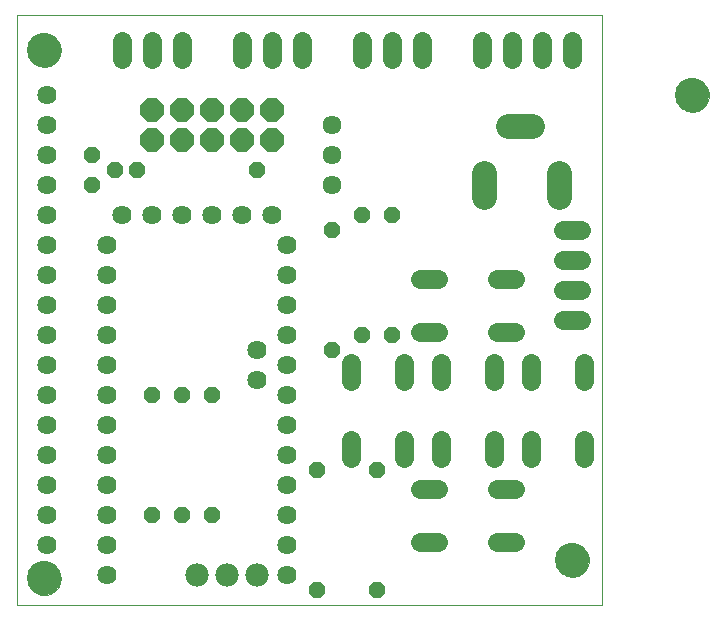
<source format=gbs>
G75*
G70*
%OFA0B0*%
%FSLAX24Y24*%
%IPPOS*%
%LPD*%
%AMOC8*
5,1,8,0,0,1.08239X$1,22.5*
%
%ADD10C,0.0000*%
%ADD11C,0.1142*%
%ADD12C,0.0640*%
%ADD13OC8,0.0560*%
%ADD14C,0.0634*%
%ADD15C,0.0634*%
%ADD16C,0.0640*%
%ADD17C,0.0780*%
%ADD18OC8,0.0780*%
%ADD19C,0.0827*%
D10*
X000100Y000377D02*
X000100Y020062D01*
X019592Y020062D01*
X019592Y000377D01*
X000100Y000377D01*
X000443Y001271D02*
X000445Y001318D01*
X000451Y001364D01*
X000461Y001410D01*
X000474Y001455D01*
X000492Y001498D01*
X000513Y001540D01*
X000537Y001580D01*
X000565Y001617D01*
X000596Y001652D01*
X000630Y001685D01*
X000666Y001714D01*
X000705Y001740D01*
X000746Y001763D01*
X000789Y001782D01*
X000833Y001798D01*
X000878Y001810D01*
X000924Y001818D01*
X000971Y001822D01*
X001017Y001822D01*
X001064Y001818D01*
X001110Y001810D01*
X001155Y001798D01*
X001199Y001782D01*
X001242Y001763D01*
X001283Y001740D01*
X001322Y001714D01*
X001358Y001685D01*
X001392Y001652D01*
X001423Y001617D01*
X001451Y001580D01*
X001475Y001540D01*
X001496Y001498D01*
X001514Y001455D01*
X001527Y001410D01*
X001537Y001364D01*
X001543Y001318D01*
X001545Y001271D01*
X001543Y001224D01*
X001537Y001178D01*
X001527Y001132D01*
X001514Y001087D01*
X001496Y001044D01*
X001475Y001002D01*
X001451Y000962D01*
X001423Y000925D01*
X001392Y000890D01*
X001358Y000857D01*
X001322Y000828D01*
X001283Y000802D01*
X001242Y000779D01*
X001199Y000760D01*
X001155Y000744D01*
X001110Y000732D01*
X001064Y000724D01*
X001017Y000720D01*
X000971Y000720D01*
X000924Y000724D01*
X000878Y000732D01*
X000833Y000744D01*
X000789Y000760D01*
X000746Y000779D01*
X000705Y000802D01*
X000666Y000828D01*
X000630Y000857D01*
X000596Y000890D01*
X000565Y000925D01*
X000537Y000962D01*
X000513Y001002D01*
X000492Y001044D01*
X000474Y001087D01*
X000461Y001132D01*
X000451Y001178D01*
X000445Y001224D01*
X000443Y001271D01*
X018049Y001877D02*
X018051Y001924D01*
X018057Y001970D01*
X018067Y002016D01*
X018080Y002061D01*
X018098Y002104D01*
X018119Y002146D01*
X018143Y002186D01*
X018171Y002223D01*
X018202Y002258D01*
X018236Y002291D01*
X018272Y002320D01*
X018311Y002346D01*
X018352Y002369D01*
X018395Y002388D01*
X018439Y002404D01*
X018484Y002416D01*
X018530Y002424D01*
X018577Y002428D01*
X018623Y002428D01*
X018670Y002424D01*
X018716Y002416D01*
X018761Y002404D01*
X018805Y002388D01*
X018848Y002369D01*
X018889Y002346D01*
X018928Y002320D01*
X018964Y002291D01*
X018998Y002258D01*
X019029Y002223D01*
X019057Y002186D01*
X019081Y002146D01*
X019102Y002104D01*
X019120Y002061D01*
X019133Y002016D01*
X019143Y001970D01*
X019149Y001924D01*
X019151Y001877D01*
X019149Y001830D01*
X019143Y001784D01*
X019133Y001738D01*
X019120Y001693D01*
X019102Y001650D01*
X019081Y001608D01*
X019057Y001568D01*
X019029Y001531D01*
X018998Y001496D01*
X018964Y001463D01*
X018928Y001434D01*
X018889Y001408D01*
X018848Y001385D01*
X018805Y001366D01*
X018761Y001350D01*
X018716Y001338D01*
X018670Y001330D01*
X018623Y001326D01*
X018577Y001326D01*
X018530Y001330D01*
X018484Y001338D01*
X018439Y001350D01*
X018395Y001366D01*
X018352Y001385D01*
X018311Y001408D01*
X018272Y001434D01*
X018236Y001463D01*
X018202Y001496D01*
X018171Y001531D01*
X018143Y001568D01*
X018119Y001608D01*
X018098Y001650D01*
X018080Y001693D01*
X018067Y001738D01*
X018057Y001784D01*
X018051Y001830D01*
X018049Y001877D01*
X022049Y017377D02*
X022051Y017424D01*
X022057Y017470D01*
X022067Y017516D01*
X022080Y017561D01*
X022098Y017604D01*
X022119Y017646D01*
X022143Y017686D01*
X022171Y017723D01*
X022202Y017758D01*
X022236Y017791D01*
X022272Y017820D01*
X022311Y017846D01*
X022352Y017869D01*
X022395Y017888D01*
X022439Y017904D01*
X022484Y017916D01*
X022530Y017924D01*
X022577Y017928D01*
X022623Y017928D01*
X022670Y017924D01*
X022716Y017916D01*
X022761Y017904D01*
X022805Y017888D01*
X022848Y017869D01*
X022889Y017846D01*
X022928Y017820D01*
X022964Y017791D01*
X022998Y017758D01*
X023029Y017723D01*
X023057Y017686D01*
X023081Y017646D01*
X023102Y017604D01*
X023120Y017561D01*
X023133Y017516D01*
X023143Y017470D01*
X023149Y017424D01*
X023151Y017377D01*
X023149Y017330D01*
X023143Y017284D01*
X023133Y017238D01*
X023120Y017193D01*
X023102Y017150D01*
X023081Y017108D01*
X023057Y017068D01*
X023029Y017031D01*
X022998Y016996D01*
X022964Y016963D01*
X022928Y016934D01*
X022889Y016908D01*
X022848Y016885D01*
X022805Y016866D01*
X022761Y016850D01*
X022716Y016838D01*
X022670Y016830D01*
X022623Y016826D01*
X022577Y016826D01*
X022530Y016830D01*
X022484Y016838D01*
X022439Y016850D01*
X022395Y016866D01*
X022352Y016885D01*
X022311Y016908D01*
X022272Y016934D01*
X022236Y016963D01*
X022202Y016996D01*
X022171Y017031D01*
X022143Y017068D01*
X022119Y017108D01*
X022098Y017150D01*
X022080Y017193D01*
X022067Y017238D01*
X022057Y017284D01*
X022051Y017330D01*
X022049Y017377D01*
X000443Y018877D02*
X000445Y018924D01*
X000451Y018970D01*
X000461Y019016D01*
X000474Y019061D01*
X000492Y019104D01*
X000513Y019146D01*
X000537Y019186D01*
X000565Y019223D01*
X000596Y019258D01*
X000630Y019291D01*
X000666Y019320D01*
X000705Y019346D01*
X000746Y019369D01*
X000789Y019388D01*
X000833Y019404D01*
X000878Y019416D01*
X000924Y019424D01*
X000971Y019428D01*
X001017Y019428D01*
X001064Y019424D01*
X001110Y019416D01*
X001155Y019404D01*
X001199Y019388D01*
X001242Y019369D01*
X001283Y019346D01*
X001322Y019320D01*
X001358Y019291D01*
X001392Y019258D01*
X001423Y019223D01*
X001451Y019186D01*
X001475Y019146D01*
X001496Y019104D01*
X001514Y019061D01*
X001527Y019016D01*
X001537Y018970D01*
X001543Y018924D01*
X001545Y018877D01*
X001543Y018830D01*
X001537Y018784D01*
X001527Y018738D01*
X001514Y018693D01*
X001496Y018650D01*
X001475Y018608D01*
X001451Y018568D01*
X001423Y018531D01*
X001392Y018496D01*
X001358Y018463D01*
X001322Y018434D01*
X001283Y018408D01*
X001242Y018385D01*
X001199Y018366D01*
X001155Y018350D01*
X001110Y018338D01*
X001064Y018330D01*
X001017Y018326D01*
X000971Y018326D01*
X000924Y018330D01*
X000878Y018338D01*
X000833Y018350D01*
X000789Y018366D01*
X000746Y018385D01*
X000705Y018408D01*
X000666Y018434D01*
X000630Y018463D01*
X000596Y018496D01*
X000565Y018531D01*
X000537Y018568D01*
X000513Y018608D01*
X000492Y018650D01*
X000474Y018693D01*
X000461Y018738D01*
X000451Y018784D01*
X000445Y018830D01*
X000443Y018877D01*
D11*
X000994Y018877D03*
X018600Y001877D03*
X022600Y017377D03*
X000994Y001271D03*
D12*
X001100Y002377D03*
X001100Y003377D03*
X001100Y004377D03*
X001100Y005377D03*
X001100Y006377D03*
X001100Y007377D03*
X001100Y008377D03*
X001100Y009377D03*
X001100Y010377D03*
X001100Y011377D03*
X001100Y012377D03*
X001100Y013377D03*
X001100Y014377D03*
X001100Y015377D03*
X001100Y016377D03*
X001100Y017377D03*
X003600Y013377D03*
X004600Y013377D03*
X005600Y013377D03*
X006600Y013377D03*
X007600Y013377D03*
X008600Y013377D03*
X009100Y012377D03*
X009100Y011377D03*
X009100Y010377D03*
X009100Y009377D03*
X009100Y008377D03*
X009100Y007377D03*
X009100Y006377D03*
X009100Y005377D03*
X009100Y004377D03*
X009100Y003377D03*
X009100Y002377D03*
X009100Y001377D03*
X003100Y001377D03*
X003100Y002377D03*
X003100Y003377D03*
X003100Y004377D03*
X003100Y005377D03*
X003100Y006377D03*
X003100Y007377D03*
X003100Y008377D03*
X003100Y009377D03*
X003100Y010377D03*
X003100Y011377D03*
X003100Y012377D03*
X008100Y008877D03*
X008100Y007877D03*
D13*
X006600Y007377D03*
X005600Y007377D03*
X004600Y007377D03*
X004600Y003377D03*
X005600Y003377D03*
X006600Y003377D03*
X010100Y004877D03*
X012100Y004877D03*
X012100Y000877D03*
X010100Y000877D03*
X010600Y008877D03*
X011600Y009377D03*
X012600Y009377D03*
X010600Y012877D03*
X011600Y013377D03*
X012600Y013377D03*
X008100Y014877D03*
X004100Y014877D03*
X003350Y014877D03*
X002600Y014377D03*
X002600Y015377D03*
D14*
X010600Y015377D03*
X010600Y016377D03*
X010600Y014377D03*
D15*
X009600Y018581D02*
X009600Y019174D01*
X008600Y019174D02*
X008600Y018581D01*
X007600Y018581D02*
X007600Y019174D01*
X005600Y019174D02*
X005600Y018581D01*
X004600Y018581D02*
X004600Y019174D01*
X003600Y019174D02*
X003600Y018581D01*
X011600Y018581D02*
X011600Y019174D01*
X012600Y019174D02*
X012600Y018581D01*
X013600Y018581D02*
X013600Y019174D01*
X015600Y019174D02*
X015600Y018581D01*
X016600Y018581D02*
X016600Y019174D01*
X017600Y019174D02*
X017600Y018581D01*
X018600Y018581D02*
X018600Y019174D01*
X018303Y012877D02*
X018897Y012877D01*
X018897Y011877D02*
X018303Y011877D01*
X018303Y010877D02*
X018897Y010877D01*
X018897Y009877D02*
X018303Y009877D01*
D16*
X018990Y008457D02*
X018990Y007857D01*
X017210Y007857D02*
X017210Y008457D01*
X016680Y009487D02*
X016080Y009487D01*
X015990Y008457D02*
X015990Y007857D01*
X014210Y007857D02*
X014210Y008457D01*
X014120Y009487D02*
X013520Y009487D01*
X012990Y008457D02*
X012990Y007857D01*
X011210Y007857D02*
X011210Y008457D01*
X011210Y005897D02*
X011210Y005297D01*
X012990Y005297D02*
X012990Y005897D01*
X014210Y005897D02*
X014210Y005297D01*
X014120Y004267D02*
X013520Y004267D01*
X013520Y002487D02*
X014120Y002487D01*
X016080Y002487D02*
X016680Y002487D01*
X016680Y004267D02*
X016080Y004267D01*
X015990Y005297D02*
X015990Y005897D01*
X017210Y005897D02*
X017210Y005297D01*
X018990Y005297D02*
X018990Y005897D01*
X016680Y011267D02*
X016080Y011267D01*
X014120Y011267D02*
X013520Y011267D01*
D17*
X008100Y001377D03*
X007100Y001377D03*
X006100Y001377D03*
D18*
X005600Y015877D03*
X006600Y015877D03*
X007600Y015877D03*
X008600Y015877D03*
X008600Y016877D03*
X007600Y016877D03*
X006600Y016877D03*
X005600Y016877D03*
X004600Y016877D03*
X004600Y015877D03*
D19*
X015667Y014787D02*
X015667Y013999D01*
X018147Y013999D02*
X018147Y014787D01*
X017242Y016362D02*
X016454Y016362D01*
M02*

</source>
